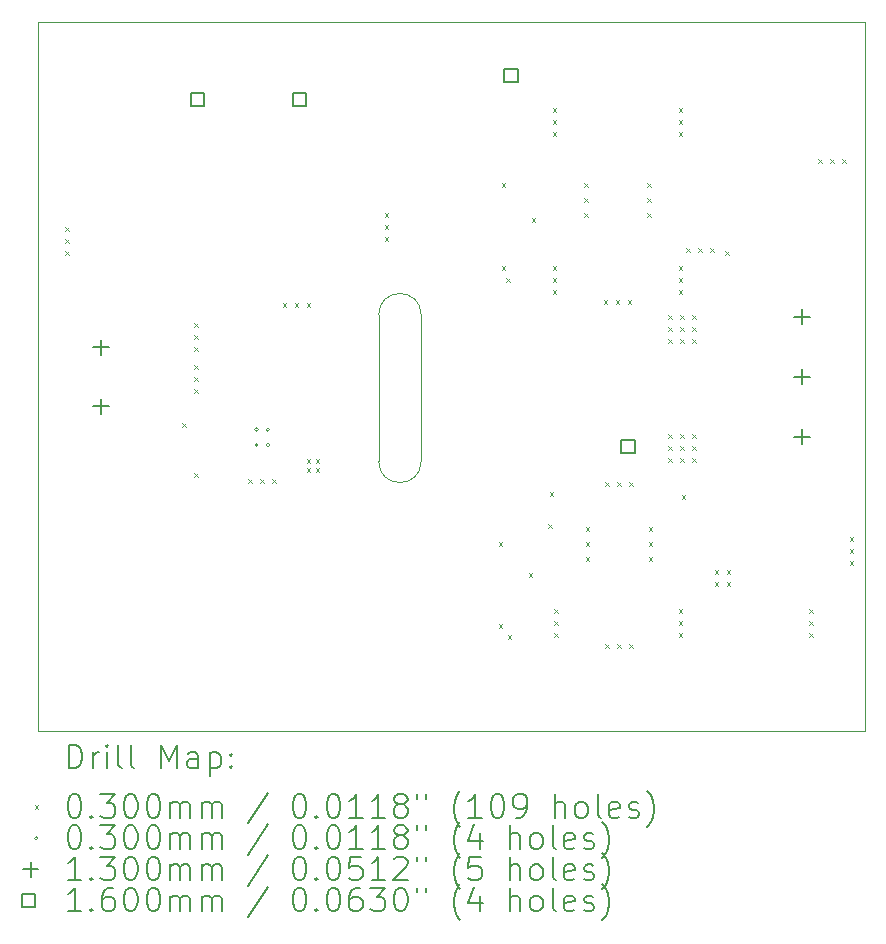
<source format=gbr>
%TF.GenerationSoftware,KiCad,Pcbnew,8.0.6*%
%TF.CreationDate,2024-12-01T22:01:03+01:00*%
%TF.ProjectId,UCC25800,55434332-3538-4303-902e-6b696361645f,rev?*%
%TF.SameCoordinates,Original*%
%TF.FileFunction,Drillmap*%
%TF.FilePolarity,Positive*%
%FSLAX45Y45*%
G04 Gerber Fmt 4.5, Leading zero omitted, Abs format (unit mm)*
G04 Created by KiCad (PCBNEW 8.0.6) date 2024-12-01 22:01:03*
%MOMM*%
%LPD*%
G01*
G04 APERTURE LIST*
%ADD10C,0.050000*%
%ADD11C,0.200000*%
%ADD12C,0.100000*%
%ADD13C,0.130000*%
%ADD14C,0.160000*%
G04 APERTURE END LIST*
D10*
X14880000Y-8475500D02*
X14880000Y-9715500D01*
X15240000Y-9715500D02*
G75*
G02*
X14880000Y-9715500I-180000J0D01*
G01*
X15240000Y-8475500D02*
X15240000Y-9715500D01*
X12000000Y-6000000D02*
X19000000Y-6000000D01*
X19000000Y-12000000D01*
X12000000Y-12000000D01*
X12000000Y-6000000D01*
X14880000Y-8475500D02*
G75*
G02*
X15240000Y-8475500I180000J0D01*
G01*
D11*
D12*
X12227800Y-7732000D02*
X12257800Y-7762000D01*
X12257800Y-7732000D02*
X12227800Y-7762000D01*
X12227800Y-7833600D02*
X12257800Y-7863600D01*
X12257800Y-7833600D02*
X12227800Y-7863600D01*
X12227800Y-7935200D02*
X12257800Y-7965200D01*
X12257800Y-7935200D02*
X12227800Y-7965200D01*
X13218400Y-9395700D02*
X13248400Y-9425700D01*
X13248400Y-9395700D02*
X13218400Y-9425700D01*
X13320000Y-8544800D02*
X13350000Y-8574800D01*
X13350000Y-8544800D02*
X13320000Y-8574800D01*
X13320000Y-8646400D02*
X13350000Y-8676400D01*
X13350000Y-8646400D02*
X13320000Y-8676400D01*
X13320000Y-8748000D02*
X13350000Y-8778000D01*
X13350000Y-8748000D02*
X13320000Y-8778000D01*
X13320000Y-8900400D02*
X13350000Y-8930400D01*
X13350000Y-8900400D02*
X13320000Y-8930400D01*
X13320000Y-9002000D02*
X13350000Y-9032000D01*
X13350000Y-9002000D02*
X13320000Y-9032000D01*
X13320000Y-9103600D02*
X13350000Y-9133600D01*
X13350000Y-9103600D02*
X13320000Y-9133600D01*
X13320000Y-9814800D02*
X13350000Y-9844800D01*
X13350000Y-9814800D02*
X13320000Y-9844800D01*
X13777200Y-9865600D02*
X13807200Y-9895600D01*
X13807200Y-9865600D02*
X13777200Y-9895600D01*
X13878800Y-9865600D02*
X13908800Y-9895600D01*
X13908800Y-9865600D02*
X13878800Y-9895600D01*
X13980400Y-9865600D02*
X14010400Y-9895600D01*
X14010400Y-9865600D02*
X13980400Y-9895600D01*
X14069300Y-8379700D02*
X14099300Y-8409700D01*
X14099300Y-8379700D02*
X14069300Y-8409700D01*
X14170900Y-8379700D02*
X14200900Y-8409700D01*
X14200900Y-8379700D02*
X14170900Y-8409700D01*
X14272500Y-8379700D02*
X14302500Y-8409700D01*
X14302500Y-8379700D02*
X14272500Y-8409700D01*
X14272500Y-9700500D02*
X14302500Y-9730500D01*
X14302500Y-9700500D02*
X14272500Y-9730500D01*
X14272500Y-9776700D02*
X14302500Y-9806700D01*
X14302500Y-9776700D02*
X14272500Y-9806700D01*
X14348700Y-9700500D02*
X14378700Y-9730500D01*
X14378700Y-9700500D02*
X14348700Y-9730500D01*
X14348700Y-9776700D02*
X14378700Y-9806700D01*
X14378700Y-9776700D02*
X14348700Y-9806700D01*
X14932900Y-7617700D02*
X14962900Y-7647700D01*
X14962900Y-7617700D02*
X14932900Y-7647700D01*
X14932900Y-7719300D02*
X14962900Y-7749300D01*
X14962900Y-7719300D02*
X14932900Y-7749300D01*
X14932900Y-7820900D02*
X14962900Y-7850900D01*
X14962900Y-7820900D02*
X14932900Y-7850900D01*
X15898100Y-10399000D02*
X15928100Y-10429000D01*
X15928100Y-10399000D02*
X15898100Y-10429000D01*
X15898100Y-11097500D02*
X15928100Y-11127500D01*
X15928100Y-11097500D02*
X15898100Y-11127500D01*
X15923500Y-7363700D02*
X15953500Y-7393700D01*
X15953500Y-7363700D02*
X15923500Y-7393700D01*
X15923500Y-8062200D02*
X15953500Y-8092200D01*
X15953500Y-8062200D02*
X15923500Y-8092200D01*
X15961600Y-8163800D02*
X15991600Y-8193800D01*
X15991600Y-8163800D02*
X15961600Y-8193800D01*
X15974300Y-11186400D02*
X16004300Y-11216400D01*
X16004300Y-11186400D02*
X15974300Y-11216400D01*
X16152100Y-10665700D02*
X16182100Y-10695700D01*
X16182100Y-10665700D02*
X16152100Y-10695700D01*
X16177500Y-7655800D02*
X16207500Y-7685800D01*
X16207500Y-7655800D02*
X16177500Y-7685800D01*
X16317200Y-10246600D02*
X16347200Y-10276600D01*
X16347200Y-10246600D02*
X16317200Y-10276600D01*
X16329900Y-9979900D02*
X16359900Y-10009900D01*
X16359900Y-9979900D02*
X16329900Y-10009900D01*
X16355300Y-6728700D02*
X16385300Y-6758700D01*
X16385300Y-6728700D02*
X16355300Y-6758700D01*
X16355300Y-6830300D02*
X16385300Y-6860300D01*
X16385300Y-6830300D02*
X16355300Y-6860300D01*
X16355300Y-6931900D02*
X16385300Y-6961900D01*
X16385300Y-6931900D02*
X16355300Y-6961900D01*
X16355300Y-8062200D02*
X16385300Y-8092200D01*
X16385300Y-8062200D02*
X16355300Y-8092200D01*
X16355300Y-8163800D02*
X16385300Y-8193800D01*
X16385300Y-8163800D02*
X16355300Y-8193800D01*
X16355300Y-8265400D02*
X16385300Y-8295400D01*
X16385300Y-8265400D02*
X16355300Y-8295400D01*
X16368000Y-10970500D02*
X16398000Y-11000500D01*
X16398000Y-10970500D02*
X16368000Y-11000500D01*
X16368000Y-11072100D02*
X16398000Y-11102100D01*
X16398000Y-11072100D02*
X16368000Y-11102100D01*
X16368000Y-11173700D02*
X16398000Y-11203700D01*
X16398000Y-11173700D02*
X16368000Y-11203700D01*
X16622000Y-7363700D02*
X16652000Y-7393700D01*
X16652000Y-7363700D02*
X16622000Y-7393700D01*
X16622000Y-7490700D02*
X16652000Y-7520700D01*
X16652000Y-7490700D02*
X16622000Y-7520700D01*
X16622000Y-7617700D02*
X16652000Y-7647700D01*
X16652000Y-7617700D02*
X16622000Y-7647700D01*
X16634700Y-10272000D02*
X16664700Y-10302000D01*
X16664700Y-10272000D02*
X16634700Y-10302000D01*
X16634700Y-10399000D02*
X16664700Y-10429000D01*
X16664700Y-10399000D02*
X16634700Y-10429000D01*
X16634700Y-10526000D02*
X16664700Y-10556000D01*
X16664700Y-10526000D02*
X16634700Y-10556000D01*
X16787100Y-8354300D02*
X16817100Y-8384300D01*
X16817100Y-8354300D02*
X16787100Y-8384300D01*
X16799800Y-9891000D02*
X16829800Y-9921000D01*
X16829800Y-9891000D02*
X16799800Y-9921000D01*
X16799800Y-11262600D02*
X16829800Y-11292600D01*
X16829800Y-11262600D02*
X16799800Y-11292600D01*
X16888700Y-8354300D02*
X16918700Y-8384300D01*
X16918700Y-8354300D02*
X16888700Y-8384300D01*
X16901400Y-9891000D02*
X16931400Y-9921000D01*
X16931400Y-9891000D02*
X16901400Y-9921000D01*
X16901400Y-11262600D02*
X16931400Y-11292600D01*
X16931400Y-11262600D02*
X16901400Y-11292600D01*
X16990300Y-8354300D02*
X17020300Y-8384300D01*
X17020300Y-8354300D02*
X16990300Y-8384300D01*
X17003000Y-9891000D02*
X17033000Y-9921000D01*
X17033000Y-9891000D02*
X17003000Y-9921000D01*
X17003000Y-11262600D02*
X17033000Y-11292600D01*
X17033000Y-11262600D02*
X17003000Y-11292600D01*
X17155400Y-7363700D02*
X17185400Y-7393700D01*
X17185400Y-7363700D02*
X17155400Y-7393700D01*
X17155400Y-7490700D02*
X17185400Y-7520700D01*
X17185400Y-7490700D02*
X17155400Y-7520700D01*
X17155400Y-7617700D02*
X17185400Y-7647700D01*
X17185400Y-7617700D02*
X17155400Y-7647700D01*
X17168100Y-10272000D02*
X17198100Y-10302000D01*
X17198100Y-10272000D02*
X17168100Y-10302000D01*
X17168100Y-10399000D02*
X17198100Y-10429000D01*
X17198100Y-10399000D02*
X17168100Y-10429000D01*
X17168100Y-10526000D02*
X17198100Y-10556000D01*
X17198100Y-10526000D02*
X17168100Y-10556000D01*
X17333200Y-8481300D02*
X17363200Y-8511300D01*
X17363200Y-8481300D02*
X17333200Y-8511300D01*
X17333200Y-8582900D02*
X17363200Y-8612900D01*
X17363200Y-8582900D02*
X17333200Y-8612900D01*
X17333200Y-8684500D02*
X17363200Y-8714500D01*
X17363200Y-8684500D02*
X17333200Y-8714500D01*
X17333200Y-9484600D02*
X17363200Y-9514600D01*
X17363200Y-9484600D02*
X17333200Y-9514600D01*
X17333200Y-9586200D02*
X17363200Y-9616200D01*
X17363200Y-9586200D02*
X17333200Y-9616200D01*
X17333200Y-9687800D02*
X17363200Y-9717800D01*
X17363200Y-9687800D02*
X17333200Y-9717800D01*
X17422100Y-6728700D02*
X17452100Y-6758700D01*
X17452100Y-6728700D02*
X17422100Y-6758700D01*
X17422100Y-6830300D02*
X17452100Y-6860300D01*
X17452100Y-6830300D02*
X17422100Y-6860300D01*
X17422100Y-6931900D02*
X17452100Y-6961900D01*
X17452100Y-6931900D02*
X17422100Y-6961900D01*
X17422100Y-8062200D02*
X17452100Y-8092200D01*
X17452100Y-8062200D02*
X17422100Y-8092200D01*
X17422100Y-8163800D02*
X17452100Y-8193800D01*
X17452100Y-8163800D02*
X17422100Y-8193800D01*
X17422100Y-8265400D02*
X17452100Y-8295400D01*
X17452100Y-8265400D02*
X17422100Y-8295400D01*
X17422100Y-10970500D02*
X17452100Y-11000500D01*
X17452100Y-10970500D02*
X17422100Y-11000500D01*
X17422100Y-11072100D02*
X17452100Y-11102100D01*
X17452100Y-11072100D02*
X17422100Y-11102100D01*
X17422100Y-11173700D02*
X17452100Y-11203700D01*
X17452100Y-11173700D02*
X17422100Y-11203700D01*
X17434800Y-8481300D02*
X17464800Y-8511300D01*
X17464800Y-8481300D02*
X17434800Y-8511300D01*
X17434800Y-8582900D02*
X17464800Y-8612900D01*
X17464800Y-8582900D02*
X17434800Y-8612900D01*
X17434800Y-8684500D02*
X17464800Y-8714500D01*
X17464800Y-8684500D02*
X17434800Y-8714500D01*
X17434800Y-9484600D02*
X17464800Y-9514600D01*
X17464800Y-9484600D02*
X17434800Y-9514600D01*
X17434800Y-9586200D02*
X17464800Y-9616200D01*
X17464800Y-9586200D02*
X17434800Y-9616200D01*
X17434800Y-9687800D02*
X17464800Y-9717800D01*
X17464800Y-9687800D02*
X17434800Y-9717800D01*
X17447500Y-10005300D02*
X17477500Y-10035300D01*
X17477500Y-10005300D02*
X17447500Y-10035300D01*
X17485600Y-7909800D02*
X17515600Y-7939800D01*
X17515600Y-7909800D02*
X17485600Y-7939800D01*
X17536400Y-8481300D02*
X17566400Y-8511300D01*
X17566400Y-8481300D02*
X17536400Y-8511300D01*
X17536400Y-8582900D02*
X17566400Y-8612900D01*
X17566400Y-8582900D02*
X17536400Y-8612900D01*
X17536400Y-8684500D02*
X17566400Y-8714500D01*
X17566400Y-8684500D02*
X17536400Y-8714500D01*
X17536400Y-9484600D02*
X17566400Y-9514600D01*
X17566400Y-9484600D02*
X17536400Y-9514600D01*
X17536400Y-9586200D02*
X17566400Y-9616200D01*
X17566400Y-9586200D02*
X17536400Y-9616200D01*
X17536400Y-9687800D02*
X17566400Y-9717800D01*
X17566400Y-9687800D02*
X17536400Y-9717800D01*
X17587200Y-7909800D02*
X17617200Y-7939800D01*
X17617200Y-7909800D02*
X17587200Y-7939800D01*
X17688800Y-7909800D02*
X17718800Y-7939800D01*
X17718800Y-7909800D02*
X17688800Y-7939800D01*
X17726900Y-10640300D02*
X17756900Y-10670300D01*
X17756900Y-10640300D02*
X17726900Y-10670300D01*
X17726900Y-10741900D02*
X17756900Y-10771900D01*
X17756900Y-10741900D02*
X17726900Y-10771900D01*
X17815800Y-7935200D02*
X17845800Y-7965200D01*
X17845800Y-7935200D02*
X17815800Y-7965200D01*
X17828500Y-10640300D02*
X17858500Y-10670300D01*
X17858500Y-10640300D02*
X17828500Y-10670300D01*
X17828500Y-10741900D02*
X17858500Y-10771900D01*
X17858500Y-10741900D02*
X17828500Y-10771900D01*
X18527000Y-10970500D02*
X18557000Y-11000500D01*
X18557000Y-10970500D02*
X18527000Y-11000500D01*
X18527000Y-11072100D02*
X18557000Y-11102100D01*
X18557000Y-11072100D02*
X18527000Y-11102100D01*
X18527000Y-11173700D02*
X18557000Y-11203700D01*
X18557000Y-11173700D02*
X18527000Y-11203700D01*
X18603200Y-7160500D02*
X18633200Y-7190500D01*
X18633200Y-7160500D02*
X18603200Y-7190500D01*
X18704800Y-7160500D02*
X18734800Y-7190500D01*
X18734800Y-7160500D02*
X18704800Y-7190500D01*
X18806400Y-7160500D02*
X18836400Y-7190500D01*
X18836400Y-7160500D02*
X18806400Y-7190500D01*
X18869900Y-10360900D02*
X18899900Y-10390900D01*
X18899900Y-10360900D02*
X18869900Y-10390900D01*
X18869900Y-10462500D02*
X18899900Y-10492500D01*
X18899900Y-10462500D02*
X18869900Y-10492500D01*
X18869900Y-10564100D02*
X18899900Y-10594100D01*
X18899900Y-10564100D02*
X18869900Y-10594100D01*
X13860300Y-9447800D02*
G75*
G02*
X13830300Y-9447800I-15000J0D01*
G01*
X13830300Y-9447800D02*
G75*
G02*
X13860300Y-9447800I15000J0D01*
G01*
X13860300Y-9576800D02*
G75*
G02*
X13830300Y-9576800I-15000J0D01*
G01*
X13830300Y-9576800D02*
G75*
G02*
X13860300Y-9576800I15000J0D01*
G01*
X13957300Y-9447800D02*
G75*
G02*
X13927300Y-9447800I-15000J0D01*
G01*
X13927300Y-9447800D02*
G75*
G02*
X13957300Y-9447800I15000J0D01*
G01*
X13957300Y-9576800D02*
G75*
G02*
X13927300Y-9576800I-15000J0D01*
G01*
X13927300Y-9576800D02*
G75*
G02*
X13957300Y-9576800I15000J0D01*
G01*
D13*
X12529800Y-8685000D02*
X12529800Y-8815000D01*
X12464800Y-8750000D02*
X12594800Y-8750000D01*
X12529800Y-9185000D02*
X12529800Y-9315000D01*
X12464800Y-9250000D02*
X12594800Y-9250000D01*
X18465800Y-8427000D02*
X18465800Y-8557000D01*
X18400800Y-8492000D02*
X18530800Y-8492000D01*
X18465800Y-8935000D02*
X18465800Y-9065000D01*
X18400800Y-9000000D02*
X18530800Y-9000000D01*
X18465800Y-9443000D02*
X18465800Y-9573000D01*
X18400800Y-9508000D02*
X18530800Y-9508000D01*
D14*
X13404269Y-6711369D02*
X13404269Y-6598231D01*
X13291131Y-6598231D01*
X13291131Y-6711369D01*
X13404269Y-6711369D01*
X14267869Y-6711369D02*
X14267869Y-6598231D01*
X14154731Y-6598231D01*
X14154731Y-6711369D01*
X14267869Y-6711369D01*
X16058569Y-6508169D02*
X16058569Y-6395031D01*
X15945431Y-6395031D01*
X15945431Y-6508169D01*
X16058569Y-6508169D01*
X17049169Y-9645069D02*
X17049169Y-9531931D01*
X16936031Y-9531931D01*
X16936031Y-9645069D01*
X17049169Y-9645069D01*
D11*
X12258277Y-12313984D02*
X12258277Y-12113984D01*
X12258277Y-12113984D02*
X12305896Y-12113984D01*
X12305896Y-12113984D02*
X12334467Y-12123508D01*
X12334467Y-12123508D02*
X12353515Y-12142555D01*
X12353515Y-12142555D02*
X12363039Y-12161603D01*
X12363039Y-12161603D02*
X12372562Y-12199698D01*
X12372562Y-12199698D02*
X12372562Y-12228269D01*
X12372562Y-12228269D02*
X12363039Y-12266365D01*
X12363039Y-12266365D02*
X12353515Y-12285412D01*
X12353515Y-12285412D02*
X12334467Y-12304460D01*
X12334467Y-12304460D02*
X12305896Y-12313984D01*
X12305896Y-12313984D02*
X12258277Y-12313984D01*
X12458277Y-12313984D02*
X12458277Y-12180650D01*
X12458277Y-12218746D02*
X12467801Y-12199698D01*
X12467801Y-12199698D02*
X12477324Y-12190174D01*
X12477324Y-12190174D02*
X12496372Y-12180650D01*
X12496372Y-12180650D02*
X12515420Y-12180650D01*
X12582086Y-12313984D02*
X12582086Y-12180650D01*
X12582086Y-12113984D02*
X12572562Y-12123508D01*
X12572562Y-12123508D02*
X12582086Y-12133031D01*
X12582086Y-12133031D02*
X12591610Y-12123508D01*
X12591610Y-12123508D02*
X12582086Y-12113984D01*
X12582086Y-12113984D02*
X12582086Y-12133031D01*
X12705896Y-12313984D02*
X12686848Y-12304460D01*
X12686848Y-12304460D02*
X12677324Y-12285412D01*
X12677324Y-12285412D02*
X12677324Y-12113984D01*
X12810658Y-12313984D02*
X12791610Y-12304460D01*
X12791610Y-12304460D02*
X12782086Y-12285412D01*
X12782086Y-12285412D02*
X12782086Y-12113984D01*
X13039229Y-12313984D02*
X13039229Y-12113984D01*
X13039229Y-12113984D02*
X13105896Y-12256841D01*
X13105896Y-12256841D02*
X13172562Y-12113984D01*
X13172562Y-12113984D02*
X13172562Y-12313984D01*
X13353515Y-12313984D02*
X13353515Y-12209222D01*
X13353515Y-12209222D02*
X13343991Y-12190174D01*
X13343991Y-12190174D02*
X13324943Y-12180650D01*
X13324943Y-12180650D02*
X13286848Y-12180650D01*
X13286848Y-12180650D02*
X13267801Y-12190174D01*
X13353515Y-12304460D02*
X13334467Y-12313984D01*
X13334467Y-12313984D02*
X13286848Y-12313984D01*
X13286848Y-12313984D02*
X13267801Y-12304460D01*
X13267801Y-12304460D02*
X13258277Y-12285412D01*
X13258277Y-12285412D02*
X13258277Y-12266365D01*
X13258277Y-12266365D02*
X13267801Y-12247317D01*
X13267801Y-12247317D02*
X13286848Y-12237793D01*
X13286848Y-12237793D02*
X13334467Y-12237793D01*
X13334467Y-12237793D02*
X13353515Y-12228269D01*
X13448753Y-12180650D02*
X13448753Y-12380650D01*
X13448753Y-12190174D02*
X13467801Y-12180650D01*
X13467801Y-12180650D02*
X13505896Y-12180650D01*
X13505896Y-12180650D02*
X13524943Y-12190174D01*
X13524943Y-12190174D02*
X13534467Y-12199698D01*
X13534467Y-12199698D02*
X13543991Y-12218746D01*
X13543991Y-12218746D02*
X13543991Y-12275888D01*
X13543991Y-12275888D02*
X13534467Y-12294936D01*
X13534467Y-12294936D02*
X13524943Y-12304460D01*
X13524943Y-12304460D02*
X13505896Y-12313984D01*
X13505896Y-12313984D02*
X13467801Y-12313984D01*
X13467801Y-12313984D02*
X13448753Y-12304460D01*
X13629705Y-12294936D02*
X13639229Y-12304460D01*
X13639229Y-12304460D02*
X13629705Y-12313984D01*
X13629705Y-12313984D02*
X13620182Y-12304460D01*
X13620182Y-12304460D02*
X13629705Y-12294936D01*
X13629705Y-12294936D02*
X13629705Y-12313984D01*
X13629705Y-12190174D02*
X13639229Y-12199698D01*
X13639229Y-12199698D02*
X13629705Y-12209222D01*
X13629705Y-12209222D02*
X13620182Y-12199698D01*
X13620182Y-12199698D02*
X13629705Y-12190174D01*
X13629705Y-12190174D02*
X13629705Y-12209222D01*
D12*
X11967500Y-12627500D02*
X11997500Y-12657500D01*
X11997500Y-12627500D02*
X11967500Y-12657500D01*
D11*
X12296372Y-12533984D02*
X12315420Y-12533984D01*
X12315420Y-12533984D02*
X12334467Y-12543508D01*
X12334467Y-12543508D02*
X12343991Y-12553031D01*
X12343991Y-12553031D02*
X12353515Y-12572079D01*
X12353515Y-12572079D02*
X12363039Y-12610174D01*
X12363039Y-12610174D02*
X12363039Y-12657793D01*
X12363039Y-12657793D02*
X12353515Y-12695888D01*
X12353515Y-12695888D02*
X12343991Y-12714936D01*
X12343991Y-12714936D02*
X12334467Y-12724460D01*
X12334467Y-12724460D02*
X12315420Y-12733984D01*
X12315420Y-12733984D02*
X12296372Y-12733984D01*
X12296372Y-12733984D02*
X12277324Y-12724460D01*
X12277324Y-12724460D02*
X12267801Y-12714936D01*
X12267801Y-12714936D02*
X12258277Y-12695888D01*
X12258277Y-12695888D02*
X12248753Y-12657793D01*
X12248753Y-12657793D02*
X12248753Y-12610174D01*
X12248753Y-12610174D02*
X12258277Y-12572079D01*
X12258277Y-12572079D02*
X12267801Y-12553031D01*
X12267801Y-12553031D02*
X12277324Y-12543508D01*
X12277324Y-12543508D02*
X12296372Y-12533984D01*
X12448753Y-12714936D02*
X12458277Y-12724460D01*
X12458277Y-12724460D02*
X12448753Y-12733984D01*
X12448753Y-12733984D02*
X12439229Y-12724460D01*
X12439229Y-12724460D02*
X12448753Y-12714936D01*
X12448753Y-12714936D02*
X12448753Y-12733984D01*
X12524943Y-12533984D02*
X12648753Y-12533984D01*
X12648753Y-12533984D02*
X12582086Y-12610174D01*
X12582086Y-12610174D02*
X12610658Y-12610174D01*
X12610658Y-12610174D02*
X12629705Y-12619698D01*
X12629705Y-12619698D02*
X12639229Y-12629222D01*
X12639229Y-12629222D02*
X12648753Y-12648269D01*
X12648753Y-12648269D02*
X12648753Y-12695888D01*
X12648753Y-12695888D02*
X12639229Y-12714936D01*
X12639229Y-12714936D02*
X12629705Y-12724460D01*
X12629705Y-12724460D02*
X12610658Y-12733984D01*
X12610658Y-12733984D02*
X12553515Y-12733984D01*
X12553515Y-12733984D02*
X12534467Y-12724460D01*
X12534467Y-12724460D02*
X12524943Y-12714936D01*
X12772562Y-12533984D02*
X12791610Y-12533984D01*
X12791610Y-12533984D02*
X12810658Y-12543508D01*
X12810658Y-12543508D02*
X12820182Y-12553031D01*
X12820182Y-12553031D02*
X12829705Y-12572079D01*
X12829705Y-12572079D02*
X12839229Y-12610174D01*
X12839229Y-12610174D02*
X12839229Y-12657793D01*
X12839229Y-12657793D02*
X12829705Y-12695888D01*
X12829705Y-12695888D02*
X12820182Y-12714936D01*
X12820182Y-12714936D02*
X12810658Y-12724460D01*
X12810658Y-12724460D02*
X12791610Y-12733984D01*
X12791610Y-12733984D02*
X12772562Y-12733984D01*
X12772562Y-12733984D02*
X12753515Y-12724460D01*
X12753515Y-12724460D02*
X12743991Y-12714936D01*
X12743991Y-12714936D02*
X12734467Y-12695888D01*
X12734467Y-12695888D02*
X12724943Y-12657793D01*
X12724943Y-12657793D02*
X12724943Y-12610174D01*
X12724943Y-12610174D02*
X12734467Y-12572079D01*
X12734467Y-12572079D02*
X12743991Y-12553031D01*
X12743991Y-12553031D02*
X12753515Y-12543508D01*
X12753515Y-12543508D02*
X12772562Y-12533984D01*
X12963039Y-12533984D02*
X12982086Y-12533984D01*
X12982086Y-12533984D02*
X13001134Y-12543508D01*
X13001134Y-12543508D02*
X13010658Y-12553031D01*
X13010658Y-12553031D02*
X13020182Y-12572079D01*
X13020182Y-12572079D02*
X13029705Y-12610174D01*
X13029705Y-12610174D02*
X13029705Y-12657793D01*
X13029705Y-12657793D02*
X13020182Y-12695888D01*
X13020182Y-12695888D02*
X13010658Y-12714936D01*
X13010658Y-12714936D02*
X13001134Y-12724460D01*
X13001134Y-12724460D02*
X12982086Y-12733984D01*
X12982086Y-12733984D02*
X12963039Y-12733984D01*
X12963039Y-12733984D02*
X12943991Y-12724460D01*
X12943991Y-12724460D02*
X12934467Y-12714936D01*
X12934467Y-12714936D02*
X12924943Y-12695888D01*
X12924943Y-12695888D02*
X12915420Y-12657793D01*
X12915420Y-12657793D02*
X12915420Y-12610174D01*
X12915420Y-12610174D02*
X12924943Y-12572079D01*
X12924943Y-12572079D02*
X12934467Y-12553031D01*
X12934467Y-12553031D02*
X12943991Y-12543508D01*
X12943991Y-12543508D02*
X12963039Y-12533984D01*
X13115420Y-12733984D02*
X13115420Y-12600650D01*
X13115420Y-12619698D02*
X13124943Y-12610174D01*
X13124943Y-12610174D02*
X13143991Y-12600650D01*
X13143991Y-12600650D02*
X13172563Y-12600650D01*
X13172563Y-12600650D02*
X13191610Y-12610174D01*
X13191610Y-12610174D02*
X13201134Y-12629222D01*
X13201134Y-12629222D02*
X13201134Y-12733984D01*
X13201134Y-12629222D02*
X13210658Y-12610174D01*
X13210658Y-12610174D02*
X13229705Y-12600650D01*
X13229705Y-12600650D02*
X13258277Y-12600650D01*
X13258277Y-12600650D02*
X13277324Y-12610174D01*
X13277324Y-12610174D02*
X13286848Y-12629222D01*
X13286848Y-12629222D02*
X13286848Y-12733984D01*
X13382086Y-12733984D02*
X13382086Y-12600650D01*
X13382086Y-12619698D02*
X13391610Y-12610174D01*
X13391610Y-12610174D02*
X13410658Y-12600650D01*
X13410658Y-12600650D02*
X13439229Y-12600650D01*
X13439229Y-12600650D02*
X13458277Y-12610174D01*
X13458277Y-12610174D02*
X13467801Y-12629222D01*
X13467801Y-12629222D02*
X13467801Y-12733984D01*
X13467801Y-12629222D02*
X13477324Y-12610174D01*
X13477324Y-12610174D02*
X13496372Y-12600650D01*
X13496372Y-12600650D02*
X13524943Y-12600650D01*
X13524943Y-12600650D02*
X13543991Y-12610174D01*
X13543991Y-12610174D02*
X13553515Y-12629222D01*
X13553515Y-12629222D02*
X13553515Y-12733984D01*
X13943991Y-12524460D02*
X13772563Y-12781603D01*
X14201134Y-12533984D02*
X14220182Y-12533984D01*
X14220182Y-12533984D02*
X14239229Y-12543508D01*
X14239229Y-12543508D02*
X14248753Y-12553031D01*
X14248753Y-12553031D02*
X14258277Y-12572079D01*
X14258277Y-12572079D02*
X14267801Y-12610174D01*
X14267801Y-12610174D02*
X14267801Y-12657793D01*
X14267801Y-12657793D02*
X14258277Y-12695888D01*
X14258277Y-12695888D02*
X14248753Y-12714936D01*
X14248753Y-12714936D02*
X14239229Y-12724460D01*
X14239229Y-12724460D02*
X14220182Y-12733984D01*
X14220182Y-12733984D02*
X14201134Y-12733984D01*
X14201134Y-12733984D02*
X14182086Y-12724460D01*
X14182086Y-12724460D02*
X14172563Y-12714936D01*
X14172563Y-12714936D02*
X14163039Y-12695888D01*
X14163039Y-12695888D02*
X14153515Y-12657793D01*
X14153515Y-12657793D02*
X14153515Y-12610174D01*
X14153515Y-12610174D02*
X14163039Y-12572079D01*
X14163039Y-12572079D02*
X14172563Y-12553031D01*
X14172563Y-12553031D02*
X14182086Y-12543508D01*
X14182086Y-12543508D02*
X14201134Y-12533984D01*
X14353515Y-12714936D02*
X14363039Y-12724460D01*
X14363039Y-12724460D02*
X14353515Y-12733984D01*
X14353515Y-12733984D02*
X14343991Y-12724460D01*
X14343991Y-12724460D02*
X14353515Y-12714936D01*
X14353515Y-12714936D02*
X14353515Y-12733984D01*
X14486848Y-12533984D02*
X14505896Y-12533984D01*
X14505896Y-12533984D02*
X14524944Y-12543508D01*
X14524944Y-12543508D02*
X14534467Y-12553031D01*
X14534467Y-12553031D02*
X14543991Y-12572079D01*
X14543991Y-12572079D02*
X14553515Y-12610174D01*
X14553515Y-12610174D02*
X14553515Y-12657793D01*
X14553515Y-12657793D02*
X14543991Y-12695888D01*
X14543991Y-12695888D02*
X14534467Y-12714936D01*
X14534467Y-12714936D02*
X14524944Y-12724460D01*
X14524944Y-12724460D02*
X14505896Y-12733984D01*
X14505896Y-12733984D02*
X14486848Y-12733984D01*
X14486848Y-12733984D02*
X14467801Y-12724460D01*
X14467801Y-12724460D02*
X14458277Y-12714936D01*
X14458277Y-12714936D02*
X14448753Y-12695888D01*
X14448753Y-12695888D02*
X14439229Y-12657793D01*
X14439229Y-12657793D02*
X14439229Y-12610174D01*
X14439229Y-12610174D02*
X14448753Y-12572079D01*
X14448753Y-12572079D02*
X14458277Y-12553031D01*
X14458277Y-12553031D02*
X14467801Y-12543508D01*
X14467801Y-12543508D02*
X14486848Y-12533984D01*
X14743991Y-12733984D02*
X14629706Y-12733984D01*
X14686848Y-12733984D02*
X14686848Y-12533984D01*
X14686848Y-12533984D02*
X14667801Y-12562555D01*
X14667801Y-12562555D02*
X14648753Y-12581603D01*
X14648753Y-12581603D02*
X14629706Y-12591127D01*
X14934467Y-12733984D02*
X14820182Y-12733984D01*
X14877325Y-12733984D02*
X14877325Y-12533984D01*
X14877325Y-12533984D02*
X14858277Y-12562555D01*
X14858277Y-12562555D02*
X14839229Y-12581603D01*
X14839229Y-12581603D02*
X14820182Y-12591127D01*
X15048753Y-12619698D02*
X15029706Y-12610174D01*
X15029706Y-12610174D02*
X15020182Y-12600650D01*
X15020182Y-12600650D02*
X15010658Y-12581603D01*
X15010658Y-12581603D02*
X15010658Y-12572079D01*
X15010658Y-12572079D02*
X15020182Y-12553031D01*
X15020182Y-12553031D02*
X15029706Y-12543508D01*
X15029706Y-12543508D02*
X15048753Y-12533984D01*
X15048753Y-12533984D02*
X15086848Y-12533984D01*
X15086848Y-12533984D02*
X15105896Y-12543508D01*
X15105896Y-12543508D02*
X15115420Y-12553031D01*
X15115420Y-12553031D02*
X15124944Y-12572079D01*
X15124944Y-12572079D02*
X15124944Y-12581603D01*
X15124944Y-12581603D02*
X15115420Y-12600650D01*
X15115420Y-12600650D02*
X15105896Y-12610174D01*
X15105896Y-12610174D02*
X15086848Y-12619698D01*
X15086848Y-12619698D02*
X15048753Y-12619698D01*
X15048753Y-12619698D02*
X15029706Y-12629222D01*
X15029706Y-12629222D02*
X15020182Y-12638746D01*
X15020182Y-12638746D02*
X15010658Y-12657793D01*
X15010658Y-12657793D02*
X15010658Y-12695888D01*
X15010658Y-12695888D02*
X15020182Y-12714936D01*
X15020182Y-12714936D02*
X15029706Y-12724460D01*
X15029706Y-12724460D02*
X15048753Y-12733984D01*
X15048753Y-12733984D02*
X15086848Y-12733984D01*
X15086848Y-12733984D02*
X15105896Y-12724460D01*
X15105896Y-12724460D02*
X15115420Y-12714936D01*
X15115420Y-12714936D02*
X15124944Y-12695888D01*
X15124944Y-12695888D02*
X15124944Y-12657793D01*
X15124944Y-12657793D02*
X15115420Y-12638746D01*
X15115420Y-12638746D02*
X15105896Y-12629222D01*
X15105896Y-12629222D02*
X15086848Y-12619698D01*
X15201134Y-12533984D02*
X15201134Y-12572079D01*
X15277325Y-12533984D02*
X15277325Y-12572079D01*
X15572563Y-12810174D02*
X15563039Y-12800650D01*
X15563039Y-12800650D02*
X15543991Y-12772079D01*
X15543991Y-12772079D02*
X15534468Y-12753031D01*
X15534468Y-12753031D02*
X15524944Y-12724460D01*
X15524944Y-12724460D02*
X15515420Y-12676841D01*
X15515420Y-12676841D02*
X15515420Y-12638746D01*
X15515420Y-12638746D02*
X15524944Y-12591127D01*
X15524944Y-12591127D02*
X15534468Y-12562555D01*
X15534468Y-12562555D02*
X15543991Y-12543508D01*
X15543991Y-12543508D02*
X15563039Y-12514936D01*
X15563039Y-12514936D02*
X15572563Y-12505412D01*
X15753515Y-12733984D02*
X15639229Y-12733984D01*
X15696372Y-12733984D02*
X15696372Y-12533984D01*
X15696372Y-12533984D02*
X15677325Y-12562555D01*
X15677325Y-12562555D02*
X15658277Y-12581603D01*
X15658277Y-12581603D02*
X15639229Y-12591127D01*
X15877325Y-12533984D02*
X15896372Y-12533984D01*
X15896372Y-12533984D02*
X15915420Y-12543508D01*
X15915420Y-12543508D02*
X15924944Y-12553031D01*
X15924944Y-12553031D02*
X15934468Y-12572079D01*
X15934468Y-12572079D02*
X15943991Y-12610174D01*
X15943991Y-12610174D02*
X15943991Y-12657793D01*
X15943991Y-12657793D02*
X15934468Y-12695888D01*
X15934468Y-12695888D02*
X15924944Y-12714936D01*
X15924944Y-12714936D02*
X15915420Y-12724460D01*
X15915420Y-12724460D02*
X15896372Y-12733984D01*
X15896372Y-12733984D02*
X15877325Y-12733984D01*
X15877325Y-12733984D02*
X15858277Y-12724460D01*
X15858277Y-12724460D02*
X15848753Y-12714936D01*
X15848753Y-12714936D02*
X15839229Y-12695888D01*
X15839229Y-12695888D02*
X15829706Y-12657793D01*
X15829706Y-12657793D02*
X15829706Y-12610174D01*
X15829706Y-12610174D02*
X15839229Y-12572079D01*
X15839229Y-12572079D02*
X15848753Y-12553031D01*
X15848753Y-12553031D02*
X15858277Y-12543508D01*
X15858277Y-12543508D02*
X15877325Y-12533984D01*
X16039229Y-12733984D02*
X16077325Y-12733984D01*
X16077325Y-12733984D02*
X16096372Y-12724460D01*
X16096372Y-12724460D02*
X16105896Y-12714936D01*
X16105896Y-12714936D02*
X16124944Y-12686365D01*
X16124944Y-12686365D02*
X16134468Y-12648269D01*
X16134468Y-12648269D02*
X16134468Y-12572079D01*
X16134468Y-12572079D02*
X16124944Y-12553031D01*
X16124944Y-12553031D02*
X16115420Y-12543508D01*
X16115420Y-12543508D02*
X16096372Y-12533984D01*
X16096372Y-12533984D02*
X16058277Y-12533984D01*
X16058277Y-12533984D02*
X16039229Y-12543508D01*
X16039229Y-12543508D02*
X16029706Y-12553031D01*
X16029706Y-12553031D02*
X16020182Y-12572079D01*
X16020182Y-12572079D02*
X16020182Y-12619698D01*
X16020182Y-12619698D02*
X16029706Y-12638746D01*
X16029706Y-12638746D02*
X16039229Y-12648269D01*
X16039229Y-12648269D02*
X16058277Y-12657793D01*
X16058277Y-12657793D02*
X16096372Y-12657793D01*
X16096372Y-12657793D02*
X16115420Y-12648269D01*
X16115420Y-12648269D02*
X16124944Y-12638746D01*
X16124944Y-12638746D02*
X16134468Y-12619698D01*
X16372563Y-12733984D02*
X16372563Y-12533984D01*
X16458277Y-12733984D02*
X16458277Y-12629222D01*
X16458277Y-12629222D02*
X16448753Y-12610174D01*
X16448753Y-12610174D02*
X16429706Y-12600650D01*
X16429706Y-12600650D02*
X16401134Y-12600650D01*
X16401134Y-12600650D02*
X16382087Y-12610174D01*
X16382087Y-12610174D02*
X16372563Y-12619698D01*
X16582087Y-12733984D02*
X16563039Y-12724460D01*
X16563039Y-12724460D02*
X16553515Y-12714936D01*
X16553515Y-12714936D02*
X16543991Y-12695888D01*
X16543991Y-12695888D02*
X16543991Y-12638746D01*
X16543991Y-12638746D02*
X16553515Y-12619698D01*
X16553515Y-12619698D02*
X16563039Y-12610174D01*
X16563039Y-12610174D02*
X16582087Y-12600650D01*
X16582087Y-12600650D02*
X16610658Y-12600650D01*
X16610658Y-12600650D02*
X16629706Y-12610174D01*
X16629706Y-12610174D02*
X16639230Y-12619698D01*
X16639230Y-12619698D02*
X16648753Y-12638746D01*
X16648753Y-12638746D02*
X16648753Y-12695888D01*
X16648753Y-12695888D02*
X16639230Y-12714936D01*
X16639230Y-12714936D02*
X16629706Y-12724460D01*
X16629706Y-12724460D02*
X16610658Y-12733984D01*
X16610658Y-12733984D02*
X16582087Y-12733984D01*
X16763039Y-12733984D02*
X16743991Y-12724460D01*
X16743991Y-12724460D02*
X16734468Y-12705412D01*
X16734468Y-12705412D02*
X16734468Y-12533984D01*
X16915420Y-12724460D02*
X16896373Y-12733984D01*
X16896373Y-12733984D02*
X16858277Y-12733984D01*
X16858277Y-12733984D02*
X16839230Y-12724460D01*
X16839230Y-12724460D02*
X16829706Y-12705412D01*
X16829706Y-12705412D02*
X16829706Y-12629222D01*
X16829706Y-12629222D02*
X16839230Y-12610174D01*
X16839230Y-12610174D02*
X16858277Y-12600650D01*
X16858277Y-12600650D02*
X16896373Y-12600650D01*
X16896373Y-12600650D02*
X16915420Y-12610174D01*
X16915420Y-12610174D02*
X16924944Y-12629222D01*
X16924944Y-12629222D02*
X16924944Y-12648269D01*
X16924944Y-12648269D02*
X16829706Y-12667317D01*
X17001134Y-12724460D02*
X17020182Y-12733984D01*
X17020182Y-12733984D02*
X17058277Y-12733984D01*
X17058277Y-12733984D02*
X17077325Y-12724460D01*
X17077325Y-12724460D02*
X17086849Y-12705412D01*
X17086849Y-12705412D02*
X17086849Y-12695888D01*
X17086849Y-12695888D02*
X17077325Y-12676841D01*
X17077325Y-12676841D02*
X17058277Y-12667317D01*
X17058277Y-12667317D02*
X17029706Y-12667317D01*
X17029706Y-12667317D02*
X17010658Y-12657793D01*
X17010658Y-12657793D02*
X17001134Y-12638746D01*
X17001134Y-12638746D02*
X17001134Y-12629222D01*
X17001134Y-12629222D02*
X17010658Y-12610174D01*
X17010658Y-12610174D02*
X17029706Y-12600650D01*
X17029706Y-12600650D02*
X17058277Y-12600650D01*
X17058277Y-12600650D02*
X17077325Y-12610174D01*
X17153515Y-12810174D02*
X17163039Y-12800650D01*
X17163039Y-12800650D02*
X17182087Y-12772079D01*
X17182087Y-12772079D02*
X17191611Y-12753031D01*
X17191611Y-12753031D02*
X17201134Y-12724460D01*
X17201134Y-12724460D02*
X17210658Y-12676841D01*
X17210658Y-12676841D02*
X17210658Y-12638746D01*
X17210658Y-12638746D02*
X17201134Y-12591127D01*
X17201134Y-12591127D02*
X17191611Y-12562555D01*
X17191611Y-12562555D02*
X17182087Y-12543508D01*
X17182087Y-12543508D02*
X17163039Y-12514936D01*
X17163039Y-12514936D02*
X17153515Y-12505412D01*
D12*
X11997500Y-12906500D02*
G75*
G02*
X11967500Y-12906500I-15000J0D01*
G01*
X11967500Y-12906500D02*
G75*
G02*
X11997500Y-12906500I15000J0D01*
G01*
D11*
X12296372Y-12797984D02*
X12315420Y-12797984D01*
X12315420Y-12797984D02*
X12334467Y-12807508D01*
X12334467Y-12807508D02*
X12343991Y-12817031D01*
X12343991Y-12817031D02*
X12353515Y-12836079D01*
X12353515Y-12836079D02*
X12363039Y-12874174D01*
X12363039Y-12874174D02*
X12363039Y-12921793D01*
X12363039Y-12921793D02*
X12353515Y-12959888D01*
X12353515Y-12959888D02*
X12343991Y-12978936D01*
X12343991Y-12978936D02*
X12334467Y-12988460D01*
X12334467Y-12988460D02*
X12315420Y-12997984D01*
X12315420Y-12997984D02*
X12296372Y-12997984D01*
X12296372Y-12997984D02*
X12277324Y-12988460D01*
X12277324Y-12988460D02*
X12267801Y-12978936D01*
X12267801Y-12978936D02*
X12258277Y-12959888D01*
X12258277Y-12959888D02*
X12248753Y-12921793D01*
X12248753Y-12921793D02*
X12248753Y-12874174D01*
X12248753Y-12874174D02*
X12258277Y-12836079D01*
X12258277Y-12836079D02*
X12267801Y-12817031D01*
X12267801Y-12817031D02*
X12277324Y-12807508D01*
X12277324Y-12807508D02*
X12296372Y-12797984D01*
X12448753Y-12978936D02*
X12458277Y-12988460D01*
X12458277Y-12988460D02*
X12448753Y-12997984D01*
X12448753Y-12997984D02*
X12439229Y-12988460D01*
X12439229Y-12988460D02*
X12448753Y-12978936D01*
X12448753Y-12978936D02*
X12448753Y-12997984D01*
X12524943Y-12797984D02*
X12648753Y-12797984D01*
X12648753Y-12797984D02*
X12582086Y-12874174D01*
X12582086Y-12874174D02*
X12610658Y-12874174D01*
X12610658Y-12874174D02*
X12629705Y-12883698D01*
X12629705Y-12883698D02*
X12639229Y-12893222D01*
X12639229Y-12893222D02*
X12648753Y-12912269D01*
X12648753Y-12912269D02*
X12648753Y-12959888D01*
X12648753Y-12959888D02*
X12639229Y-12978936D01*
X12639229Y-12978936D02*
X12629705Y-12988460D01*
X12629705Y-12988460D02*
X12610658Y-12997984D01*
X12610658Y-12997984D02*
X12553515Y-12997984D01*
X12553515Y-12997984D02*
X12534467Y-12988460D01*
X12534467Y-12988460D02*
X12524943Y-12978936D01*
X12772562Y-12797984D02*
X12791610Y-12797984D01*
X12791610Y-12797984D02*
X12810658Y-12807508D01*
X12810658Y-12807508D02*
X12820182Y-12817031D01*
X12820182Y-12817031D02*
X12829705Y-12836079D01*
X12829705Y-12836079D02*
X12839229Y-12874174D01*
X12839229Y-12874174D02*
X12839229Y-12921793D01*
X12839229Y-12921793D02*
X12829705Y-12959888D01*
X12829705Y-12959888D02*
X12820182Y-12978936D01*
X12820182Y-12978936D02*
X12810658Y-12988460D01*
X12810658Y-12988460D02*
X12791610Y-12997984D01*
X12791610Y-12997984D02*
X12772562Y-12997984D01*
X12772562Y-12997984D02*
X12753515Y-12988460D01*
X12753515Y-12988460D02*
X12743991Y-12978936D01*
X12743991Y-12978936D02*
X12734467Y-12959888D01*
X12734467Y-12959888D02*
X12724943Y-12921793D01*
X12724943Y-12921793D02*
X12724943Y-12874174D01*
X12724943Y-12874174D02*
X12734467Y-12836079D01*
X12734467Y-12836079D02*
X12743991Y-12817031D01*
X12743991Y-12817031D02*
X12753515Y-12807508D01*
X12753515Y-12807508D02*
X12772562Y-12797984D01*
X12963039Y-12797984D02*
X12982086Y-12797984D01*
X12982086Y-12797984D02*
X13001134Y-12807508D01*
X13001134Y-12807508D02*
X13010658Y-12817031D01*
X13010658Y-12817031D02*
X13020182Y-12836079D01*
X13020182Y-12836079D02*
X13029705Y-12874174D01*
X13029705Y-12874174D02*
X13029705Y-12921793D01*
X13029705Y-12921793D02*
X13020182Y-12959888D01*
X13020182Y-12959888D02*
X13010658Y-12978936D01*
X13010658Y-12978936D02*
X13001134Y-12988460D01*
X13001134Y-12988460D02*
X12982086Y-12997984D01*
X12982086Y-12997984D02*
X12963039Y-12997984D01*
X12963039Y-12997984D02*
X12943991Y-12988460D01*
X12943991Y-12988460D02*
X12934467Y-12978936D01*
X12934467Y-12978936D02*
X12924943Y-12959888D01*
X12924943Y-12959888D02*
X12915420Y-12921793D01*
X12915420Y-12921793D02*
X12915420Y-12874174D01*
X12915420Y-12874174D02*
X12924943Y-12836079D01*
X12924943Y-12836079D02*
X12934467Y-12817031D01*
X12934467Y-12817031D02*
X12943991Y-12807508D01*
X12943991Y-12807508D02*
X12963039Y-12797984D01*
X13115420Y-12997984D02*
X13115420Y-12864650D01*
X13115420Y-12883698D02*
X13124943Y-12874174D01*
X13124943Y-12874174D02*
X13143991Y-12864650D01*
X13143991Y-12864650D02*
X13172563Y-12864650D01*
X13172563Y-12864650D02*
X13191610Y-12874174D01*
X13191610Y-12874174D02*
X13201134Y-12893222D01*
X13201134Y-12893222D02*
X13201134Y-12997984D01*
X13201134Y-12893222D02*
X13210658Y-12874174D01*
X13210658Y-12874174D02*
X13229705Y-12864650D01*
X13229705Y-12864650D02*
X13258277Y-12864650D01*
X13258277Y-12864650D02*
X13277324Y-12874174D01*
X13277324Y-12874174D02*
X13286848Y-12893222D01*
X13286848Y-12893222D02*
X13286848Y-12997984D01*
X13382086Y-12997984D02*
X13382086Y-12864650D01*
X13382086Y-12883698D02*
X13391610Y-12874174D01*
X13391610Y-12874174D02*
X13410658Y-12864650D01*
X13410658Y-12864650D02*
X13439229Y-12864650D01*
X13439229Y-12864650D02*
X13458277Y-12874174D01*
X13458277Y-12874174D02*
X13467801Y-12893222D01*
X13467801Y-12893222D02*
X13467801Y-12997984D01*
X13467801Y-12893222D02*
X13477324Y-12874174D01*
X13477324Y-12874174D02*
X13496372Y-12864650D01*
X13496372Y-12864650D02*
X13524943Y-12864650D01*
X13524943Y-12864650D02*
X13543991Y-12874174D01*
X13543991Y-12874174D02*
X13553515Y-12893222D01*
X13553515Y-12893222D02*
X13553515Y-12997984D01*
X13943991Y-12788460D02*
X13772563Y-13045603D01*
X14201134Y-12797984D02*
X14220182Y-12797984D01*
X14220182Y-12797984D02*
X14239229Y-12807508D01*
X14239229Y-12807508D02*
X14248753Y-12817031D01*
X14248753Y-12817031D02*
X14258277Y-12836079D01*
X14258277Y-12836079D02*
X14267801Y-12874174D01*
X14267801Y-12874174D02*
X14267801Y-12921793D01*
X14267801Y-12921793D02*
X14258277Y-12959888D01*
X14258277Y-12959888D02*
X14248753Y-12978936D01*
X14248753Y-12978936D02*
X14239229Y-12988460D01*
X14239229Y-12988460D02*
X14220182Y-12997984D01*
X14220182Y-12997984D02*
X14201134Y-12997984D01*
X14201134Y-12997984D02*
X14182086Y-12988460D01*
X14182086Y-12988460D02*
X14172563Y-12978936D01*
X14172563Y-12978936D02*
X14163039Y-12959888D01*
X14163039Y-12959888D02*
X14153515Y-12921793D01*
X14153515Y-12921793D02*
X14153515Y-12874174D01*
X14153515Y-12874174D02*
X14163039Y-12836079D01*
X14163039Y-12836079D02*
X14172563Y-12817031D01*
X14172563Y-12817031D02*
X14182086Y-12807508D01*
X14182086Y-12807508D02*
X14201134Y-12797984D01*
X14353515Y-12978936D02*
X14363039Y-12988460D01*
X14363039Y-12988460D02*
X14353515Y-12997984D01*
X14353515Y-12997984D02*
X14343991Y-12988460D01*
X14343991Y-12988460D02*
X14353515Y-12978936D01*
X14353515Y-12978936D02*
X14353515Y-12997984D01*
X14486848Y-12797984D02*
X14505896Y-12797984D01*
X14505896Y-12797984D02*
X14524944Y-12807508D01*
X14524944Y-12807508D02*
X14534467Y-12817031D01*
X14534467Y-12817031D02*
X14543991Y-12836079D01*
X14543991Y-12836079D02*
X14553515Y-12874174D01*
X14553515Y-12874174D02*
X14553515Y-12921793D01*
X14553515Y-12921793D02*
X14543991Y-12959888D01*
X14543991Y-12959888D02*
X14534467Y-12978936D01*
X14534467Y-12978936D02*
X14524944Y-12988460D01*
X14524944Y-12988460D02*
X14505896Y-12997984D01*
X14505896Y-12997984D02*
X14486848Y-12997984D01*
X14486848Y-12997984D02*
X14467801Y-12988460D01*
X14467801Y-12988460D02*
X14458277Y-12978936D01*
X14458277Y-12978936D02*
X14448753Y-12959888D01*
X14448753Y-12959888D02*
X14439229Y-12921793D01*
X14439229Y-12921793D02*
X14439229Y-12874174D01*
X14439229Y-12874174D02*
X14448753Y-12836079D01*
X14448753Y-12836079D02*
X14458277Y-12817031D01*
X14458277Y-12817031D02*
X14467801Y-12807508D01*
X14467801Y-12807508D02*
X14486848Y-12797984D01*
X14743991Y-12997984D02*
X14629706Y-12997984D01*
X14686848Y-12997984D02*
X14686848Y-12797984D01*
X14686848Y-12797984D02*
X14667801Y-12826555D01*
X14667801Y-12826555D02*
X14648753Y-12845603D01*
X14648753Y-12845603D02*
X14629706Y-12855127D01*
X14934467Y-12997984D02*
X14820182Y-12997984D01*
X14877325Y-12997984D02*
X14877325Y-12797984D01*
X14877325Y-12797984D02*
X14858277Y-12826555D01*
X14858277Y-12826555D02*
X14839229Y-12845603D01*
X14839229Y-12845603D02*
X14820182Y-12855127D01*
X15048753Y-12883698D02*
X15029706Y-12874174D01*
X15029706Y-12874174D02*
X15020182Y-12864650D01*
X15020182Y-12864650D02*
X15010658Y-12845603D01*
X15010658Y-12845603D02*
X15010658Y-12836079D01*
X15010658Y-12836079D02*
X15020182Y-12817031D01*
X15020182Y-12817031D02*
X15029706Y-12807508D01*
X15029706Y-12807508D02*
X15048753Y-12797984D01*
X15048753Y-12797984D02*
X15086848Y-12797984D01*
X15086848Y-12797984D02*
X15105896Y-12807508D01*
X15105896Y-12807508D02*
X15115420Y-12817031D01*
X15115420Y-12817031D02*
X15124944Y-12836079D01*
X15124944Y-12836079D02*
X15124944Y-12845603D01*
X15124944Y-12845603D02*
X15115420Y-12864650D01*
X15115420Y-12864650D02*
X15105896Y-12874174D01*
X15105896Y-12874174D02*
X15086848Y-12883698D01*
X15086848Y-12883698D02*
X15048753Y-12883698D01*
X15048753Y-12883698D02*
X15029706Y-12893222D01*
X15029706Y-12893222D02*
X15020182Y-12902746D01*
X15020182Y-12902746D02*
X15010658Y-12921793D01*
X15010658Y-12921793D02*
X15010658Y-12959888D01*
X15010658Y-12959888D02*
X15020182Y-12978936D01*
X15020182Y-12978936D02*
X15029706Y-12988460D01*
X15029706Y-12988460D02*
X15048753Y-12997984D01*
X15048753Y-12997984D02*
X15086848Y-12997984D01*
X15086848Y-12997984D02*
X15105896Y-12988460D01*
X15105896Y-12988460D02*
X15115420Y-12978936D01*
X15115420Y-12978936D02*
X15124944Y-12959888D01*
X15124944Y-12959888D02*
X15124944Y-12921793D01*
X15124944Y-12921793D02*
X15115420Y-12902746D01*
X15115420Y-12902746D02*
X15105896Y-12893222D01*
X15105896Y-12893222D02*
X15086848Y-12883698D01*
X15201134Y-12797984D02*
X15201134Y-12836079D01*
X15277325Y-12797984D02*
X15277325Y-12836079D01*
X15572563Y-13074174D02*
X15563039Y-13064650D01*
X15563039Y-13064650D02*
X15543991Y-13036079D01*
X15543991Y-13036079D02*
X15534468Y-13017031D01*
X15534468Y-13017031D02*
X15524944Y-12988460D01*
X15524944Y-12988460D02*
X15515420Y-12940841D01*
X15515420Y-12940841D02*
X15515420Y-12902746D01*
X15515420Y-12902746D02*
X15524944Y-12855127D01*
X15524944Y-12855127D02*
X15534468Y-12826555D01*
X15534468Y-12826555D02*
X15543991Y-12807508D01*
X15543991Y-12807508D02*
X15563039Y-12778936D01*
X15563039Y-12778936D02*
X15572563Y-12769412D01*
X15734468Y-12864650D02*
X15734468Y-12997984D01*
X15686848Y-12788460D02*
X15639229Y-12931317D01*
X15639229Y-12931317D02*
X15763039Y-12931317D01*
X15991610Y-12997984D02*
X15991610Y-12797984D01*
X16077325Y-12997984D02*
X16077325Y-12893222D01*
X16077325Y-12893222D02*
X16067801Y-12874174D01*
X16067801Y-12874174D02*
X16048753Y-12864650D01*
X16048753Y-12864650D02*
X16020182Y-12864650D01*
X16020182Y-12864650D02*
X16001134Y-12874174D01*
X16001134Y-12874174D02*
X15991610Y-12883698D01*
X16201134Y-12997984D02*
X16182087Y-12988460D01*
X16182087Y-12988460D02*
X16172563Y-12978936D01*
X16172563Y-12978936D02*
X16163039Y-12959888D01*
X16163039Y-12959888D02*
X16163039Y-12902746D01*
X16163039Y-12902746D02*
X16172563Y-12883698D01*
X16172563Y-12883698D02*
X16182087Y-12874174D01*
X16182087Y-12874174D02*
X16201134Y-12864650D01*
X16201134Y-12864650D02*
X16229706Y-12864650D01*
X16229706Y-12864650D02*
X16248753Y-12874174D01*
X16248753Y-12874174D02*
X16258277Y-12883698D01*
X16258277Y-12883698D02*
X16267801Y-12902746D01*
X16267801Y-12902746D02*
X16267801Y-12959888D01*
X16267801Y-12959888D02*
X16258277Y-12978936D01*
X16258277Y-12978936D02*
X16248753Y-12988460D01*
X16248753Y-12988460D02*
X16229706Y-12997984D01*
X16229706Y-12997984D02*
X16201134Y-12997984D01*
X16382087Y-12997984D02*
X16363039Y-12988460D01*
X16363039Y-12988460D02*
X16353515Y-12969412D01*
X16353515Y-12969412D02*
X16353515Y-12797984D01*
X16534468Y-12988460D02*
X16515420Y-12997984D01*
X16515420Y-12997984D02*
X16477325Y-12997984D01*
X16477325Y-12997984D02*
X16458277Y-12988460D01*
X16458277Y-12988460D02*
X16448753Y-12969412D01*
X16448753Y-12969412D02*
X16448753Y-12893222D01*
X16448753Y-12893222D02*
X16458277Y-12874174D01*
X16458277Y-12874174D02*
X16477325Y-12864650D01*
X16477325Y-12864650D02*
X16515420Y-12864650D01*
X16515420Y-12864650D02*
X16534468Y-12874174D01*
X16534468Y-12874174D02*
X16543991Y-12893222D01*
X16543991Y-12893222D02*
X16543991Y-12912269D01*
X16543991Y-12912269D02*
X16448753Y-12931317D01*
X16620182Y-12988460D02*
X16639230Y-12997984D01*
X16639230Y-12997984D02*
X16677325Y-12997984D01*
X16677325Y-12997984D02*
X16696372Y-12988460D01*
X16696372Y-12988460D02*
X16705896Y-12969412D01*
X16705896Y-12969412D02*
X16705896Y-12959888D01*
X16705896Y-12959888D02*
X16696372Y-12940841D01*
X16696372Y-12940841D02*
X16677325Y-12931317D01*
X16677325Y-12931317D02*
X16648753Y-12931317D01*
X16648753Y-12931317D02*
X16629706Y-12921793D01*
X16629706Y-12921793D02*
X16620182Y-12902746D01*
X16620182Y-12902746D02*
X16620182Y-12893222D01*
X16620182Y-12893222D02*
X16629706Y-12874174D01*
X16629706Y-12874174D02*
X16648753Y-12864650D01*
X16648753Y-12864650D02*
X16677325Y-12864650D01*
X16677325Y-12864650D02*
X16696372Y-12874174D01*
X16772563Y-13074174D02*
X16782087Y-13064650D01*
X16782087Y-13064650D02*
X16801134Y-13036079D01*
X16801134Y-13036079D02*
X16810658Y-13017031D01*
X16810658Y-13017031D02*
X16820182Y-12988460D01*
X16820182Y-12988460D02*
X16829706Y-12940841D01*
X16829706Y-12940841D02*
X16829706Y-12902746D01*
X16829706Y-12902746D02*
X16820182Y-12855127D01*
X16820182Y-12855127D02*
X16810658Y-12826555D01*
X16810658Y-12826555D02*
X16801134Y-12807508D01*
X16801134Y-12807508D02*
X16782087Y-12778936D01*
X16782087Y-12778936D02*
X16772563Y-12769412D01*
D13*
X11932500Y-13105500D02*
X11932500Y-13235500D01*
X11867500Y-13170500D02*
X11997500Y-13170500D01*
D11*
X12363039Y-13261984D02*
X12248753Y-13261984D01*
X12305896Y-13261984D02*
X12305896Y-13061984D01*
X12305896Y-13061984D02*
X12286848Y-13090555D01*
X12286848Y-13090555D02*
X12267801Y-13109603D01*
X12267801Y-13109603D02*
X12248753Y-13119127D01*
X12448753Y-13242936D02*
X12458277Y-13252460D01*
X12458277Y-13252460D02*
X12448753Y-13261984D01*
X12448753Y-13261984D02*
X12439229Y-13252460D01*
X12439229Y-13252460D02*
X12448753Y-13242936D01*
X12448753Y-13242936D02*
X12448753Y-13261984D01*
X12524943Y-13061984D02*
X12648753Y-13061984D01*
X12648753Y-13061984D02*
X12582086Y-13138174D01*
X12582086Y-13138174D02*
X12610658Y-13138174D01*
X12610658Y-13138174D02*
X12629705Y-13147698D01*
X12629705Y-13147698D02*
X12639229Y-13157222D01*
X12639229Y-13157222D02*
X12648753Y-13176269D01*
X12648753Y-13176269D02*
X12648753Y-13223888D01*
X12648753Y-13223888D02*
X12639229Y-13242936D01*
X12639229Y-13242936D02*
X12629705Y-13252460D01*
X12629705Y-13252460D02*
X12610658Y-13261984D01*
X12610658Y-13261984D02*
X12553515Y-13261984D01*
X12553515Y-13261984D02*
X12534467Y-13252460D01*
X12534467Y-13252460D02*
X12524943Y-13242936D01*
X12772562Y-13061984D02*
X12791610Y-13061984D01*
X12791610Y-13061984D02*
X12810658Y-13071508D01*
X12810658Y-13071508D02*
X12820182Y-13081031D01*
X12820182Y-13081031D02*
X12829705Y-13100079D01*
X12829705Y-13100079D02*
X12839229Y-13138174D01*
X12839229Y-13138174D02*
X12839229Y-13185793D01*
X12839229Y-13185793D02*
X12829705Y-13223888D01*
X12829705Y-13223888D02*
X12820182Y-13242936D01*
X12820182Y-13242936D02*
X12810658Y-13252460D01*
X12810658Y-13252460D02*
X12791610Y-13261984D01*
X12791610Y-13261984D02*
X12772562Y-13261984D01*
X12772562Y-13261984D02*
X12753515Y-13252460D01*
X12753515Y-13252460D02*
X12743991Y-13242936D01*
X12743991Y-13242936D02*
X12734467Y-13223888D01*
X12734467Y-13223888D02*
X12724943Y-13185793D01*
X12724943Y-13185793D02*
X12724943Y-13138174D01*
X12724943Y-13138174D02*
X12734467Y-13100079D01*
X12734467Y-13100079D02*
X12743991Y-13081031D01*
X12743991Y-13081031D02*
X12753515Y-13071508D01*
X12753515Y-13071508D02*
X12772562Y-13061984D01*
X12963039Y-13061984D02*
X12982086Y-13061984D01*
X12982086Y-13061984D02*
X13001134Y-13071508D01*
X13001134Y-13071508D02*
X13010658Y-13081031D01*
X13010658Y-13081031D02*
X13020182Y-13100079D01*
X13020182Y-13100079D02*
X13029705Y-13138174D01*
X13029705Y-13138174D02*
X13029705Y-13185793D01*
X13029705Y-13185793D02*
X13020182Y-13223888D01*
X13020182Y-13223888D02*
X13010658Y-13242936D01*
X13010658Y-13242936D02*
X13001134Y-13252460D01*
X13001134Y-13252460D02*
X12982086Y-13261984D01*
X12982086Y-13261984D02*
X12963039Y-13261984D01*
X12963039Y-13261984D02*
X12943991Y-13252460D01*
X12943991Y-13252460D02*
X12934467Y-13242936D01*
X12934467Y-13242936D02*
X12924943Y-13223888D01*
X12924943Y-13223888D02*
X12915420Y-13185793D01*
X12915420Y-13185793D02*
X12915420Y-13138174D01*
X12915420Y-13138174D02*
X12924943Y-13100079D01*
X12924943Y-13100079D02*
X12934467Y-13081031D01*
X12934467Y-13081031D02*
X12943991Y-13071508D01*
X12943991Y-13071508D02*
X12963039Y-13061984D01*
X13115420Y-13261984D02*
X13115420Y-13128650D01*
X13115420Y-13147698D02*
X13124943Y-13138174D01*
X13124943Y-13138174D02*
X13143991Y-13128650D01*
X13143991Y-13128650D02*
X13172563Y-13128650D01*
X13172563Y-13128650D02*
X13191610Y-13138174D01*
X13191610Y-13138174D02*
X13201134Y-13157222D01*
X13201134Y-13157222D02*
X13201134Y-13261984D01*
X13201134Y-13157222D02*
X13210658Y-13138174D01*
X13210658Y-13138174D02*
X13229705Y-13128650D01*
X13229705Y-13128650D02*
X13258277Y-13128650D01*
X13258277Y-13128650D02*
X13277324Y-13138174D01*
X13277324Y-13138174D02*
X13286848Y-13157222D01*
X13286848Y-13157222D02*
X13286848Y-13261984D01*
X13382086Y-13261984D02*
X13382086Y-13128650D01*
X13382086Y-13147698D02*
X13391610Y-13138174D01*
X13391610Y-13138174D02*
X13410658Y-13128650D01*
X13410658Y-13128650D02*
X13439229Y-13128650D01*
X13439229Y-13128650D02*
X13458277Y-13138174D01*
X13458277Y-13138174D02*
X13467801Y-13157222D01*
X13467801Y-13157222D02*
X13467801Y-13261984D01*
X13467801Y-13157222D02*
X13477324Y-13138174D01*
X13477324Y-13138174D02*
X13496372Y-13128650D01*
X13496372Y-13128650D02*
X13524943Y-13128650D01*
X13524943Y-13128650D02*
X13543991Y-13138174D01*
X13543991Y-13138174D02*
X13553515Y-13157222D01*
X13553515Y-13157222D02*
X13553515Y-13261984D01*
X13943991Y-13052460D02*
X13772563Y-13309603D01*
X14201134Y-13061984D02*
X14220182Y-13061984D01*
X14220182Y-13061984D02*
X14239229Y-13071508D01*
X14239229Y-13071508D02*
X14248753Y-13081031D01*
X14248753Y-13081031D02*
X14258277Y-13100079D01*
X14258277Y-13100079D02*
X14267801Y-13138174D01*
X14267801Y-13138174D02*
X14267801Y-13185793D01*
X14267801Y-13185793D02*
X14258277Y-13223888D01*
X14258277Y-13223888D02*
X14248753Y-13242936D01*
X14248753Y-13242936D02*
X14239229Y-13252460D01*
X14239229Y-13252460D02*
X14220182Y-13261984D01*
X14220182Y-13261984D02*
X14201134Y-13261984D01*
X14201134Y-13261984D02*
X14182086Y-13252460D01*
X14182086Y-13252460D02*
X14172563Y-13242936D01*
X14172563Y-13242936D02*
X14163039Y-13223888D01*
X14163039Y-13223888D02*
X14153515Y-13185793D01*
X14153515Y-13185793D02*
X14153515Y-13138174D01*
X14153515Y-13138174D02*
X14163039Y-13100079D01*
X14163039Y-13100079D02*
X14172563Y-13081031D01*
X14172563Y-13081031D02*
X14182086Y-13071508D01*
X14182086Y-13071508D02*
X14201134Y-13061984D01*
X14353515Y-13242936D02*
X14363039Y-13252460D01*
X14363039Y-13252460D02*
X14353515Y-13261984D01*
X14353515Y-13261984D02*
X14343991Y-13252460D01*
X14343991Y-13252460D02*
X14353515Y-13242936D01*
X14353515Y-13242936D02*
X14353515Y-13261984D01*
X14486848Y-13061984D02*
X14505896Y-13061984D01*
X14505896Y-13061984D02*
X14524944Y-13071508D01*
X14524944Y-13071508D02*
X14534467Y-13081031D01*
X14534467Y-13081031D02*
X14543991Y-13100079D01*
X14543991Y-13100079D02*
X14553515Y-13138174D01*
X14553515Y-13138174D02*
X14553515Y-13185793D01*
X14553515Y-13185793D02*
X14543991Y-13223888D01*
X14543991Y-13223888D02*
X14534467Y-13242936D01*
X14534467Y-13242936D02*
X14524944Y-13252460D01*
X14524944Y-13252460D02*
X14505896Y-13261984D01*
X14505896Y-13261984D02*
X14486848Y-13261984D01*
X14486848Y-13261984D02*
X14467801Y-13252460D01*
X14467801Y-13252460D02*
X14458277Y-13242936D01*
X14458277Y-13242936D02*
X14448753Y-13223888D01*
X14448753Y-13223888D02*
X14439229Y-13185793D01*
X14439229Y-13185793D02*
X14439229Y-13138174D01*
X14439229Y-13138174D02*
X14448753Y-13100079D01*
X14448753Y-13100079D02*
X14458277Y-13081031D01*
X14458277Y-13081031D02*
X14467801Y-13071508D01*
X14467801Y-13071508D02*
X14486848Y-13061984D01*
X14734467Y-13061984D02*
X14639229Y-13061984D01*
X14639229Y-13061984D02*
X14629706Y-13157222D01*
X14629706Y-13157222D02*
X14639229Y-13147698D01*
X14639229Y-13147698D02*
X14658277Y-13138174D01*
X14658277Y-13138174D02*
X14705896Y-13138174D01*
X14705896Y-13138174D02*
X14724944Y-13147698D01*
X14724944Y-13147698D02*
X14734467Y-13157222D01*
X14734467Y-13157222D02*
X14743991Y-13176269D01*
X14743991Y-13176269D02*
X14743991Y-13223888D01*
X14743991Y-13223888D02*
X14734467Y-13242936D01*
X14734467Y-13242936D02*
X14724944Y-13252460D01*
X14724944Y-13252460D02*
X14705896Y-13261984D01*
X14705896Y-13261984D02*
X14658277Y-13261984D01*
X14658277Y-13261984D02*
X14639229Y-13252460D01*
X14639229Y-13252460D02*
X14629706Y-13242936D01*
X14934467Y-13261984D02*
X14820182Y-13261984D01*
X14877325Y-13261984D02*
X14877325Y-13061984D01*
X14877325Y-13061984D02*
X14858277Y-13090555D01*
X14858277Y-13090555D02*
X14839229Y-13109603D01*
X14839229Y-13109603D02*
X14820182Y-13119127D01*
X15010658Y-13081031D02*
X15020182Y-13071508D01*
X15020182Y-13071508D02*
X15039229Y-13061984D01*
X15039229Y-13061984D02*
X15086848Y-13061984D01*
X15086848Y-13061984D02*
X15105896Y-13071508D01*
X15105896Y-13071508D02*
X15115420Y-13081031D01*
X15115420Y-13081031D02*
X15124944Y-13100079D01*
X15124944Y-13100079D02*
X15124944Y-13119127D01*
X15124944Y-13119127D02*
X15115420Y-13147698D01*
X15115420Y-13147698D02*
X15001134Y-13261984D01*
X15001134Y-13261984D02*
X15124944Y-13261984D01*
X15201134Y-13061984D02*
X15201134Y-13100079D01*
X15277325Y-13061984D02*
X15277325Y-13100079D01*
X15572563Y-13338174D02*
X15563039Y-13328650D01*
X15563039Y-13328650D02*
X15543991Y-13300079D01*
X15543991Y-13300079D02*
X15534468Y-13281031D01*
X15534468Y-13281031D02*
X15524944Y-13252460D01*
X15524944Y-13252460D02*
X15515420Y-13204841D01*
X15515420Y-13204841D02*
X15515420Y-13166746D01*
X15515420Y-13166746D02*
X15524944Y-13119127D01*
X15524944Y-13119127D02*
X15534468Y-13090555D01*
X15534468Y-13090555D02*
X15543991Y-13071508D01*
X15543991Y-13071508D02*
X15563039Y-13042936D01*
X15563039Y-13042936D02*
X15572563Y-13033412D01*
X15743991Y-13061984D02*
X15648753Y-13061984D01*
X15648753Y-13061984D02*
X15639229Y-13157222D01*
X15639229Y-13157222D02*
X15648753Y-13147698D01*
X15648753Y-13147698D02*
X15667801Y-13138174D01*
X15667801Y-13138174D02*
X15715420Y-13138174D01*
X15715420Y-13138174D02*
X15734468Y-13147698D01*
X15734468Y-13147698D02*
X15743991Y-13157222D01*
X15743991Y-13157222D02*
X15753515Y-13176269D01*
X15753515Y-13176269D02*
X15753515Y-13223888D01*
X15753515Y-13223888D02*
X15743991Y-13242936D01*
X15743991Y-13242936D02*
X15734468Y-13252460D01*
X15734468Y-13252460D02*
X15715420Y-13261984D01*
X15715420Y-13261984D02*
X15667801Y-13261984D01*
X15667801Y-13261984D02*
X15648753Y-13252460D01*
X15648753Y-13252460D02*
X15639229Y-13242936D01*
X15991610Y-13261984D02*
X15991610Y-13061984D01*
X16077325Y-13261984D02*
X16077325Y-13157222D01*
X16077325Y-13157222D02*
X16067801Y-13138174D01*
X16067801Y-13138174D02*
X16048753Y-13128650D01*
X16048753Y-13128650D02*
X16020182Y-13128650D01*
X16020182Y-13128650D02*
X16001134Y-13138174D01*
X16001134Y-13138174D02*
X15991610Y-13147698D01*
X16201134Y-13261984D02*
X16182087Y-13252460D01*
X16182087Y-13252460D02*
X16172563Y-13242936D01*
X16172563Y-13242936D02*
X16163039Y-13223888D01*
X16163039Y-13223888D02*
X16163039Y-13166746D01*
X16163039Y-13166746D02*
X16172563Y-13147698D01*
X16172563Y-13147698D02*
X16182087Y-13138174D01*
X16182087Y-13138174D02*
X16201134Y-13128650D01*
X16201134Y-13128650D02*
X16229706Y-13128650D01*
X16229706Y-13128650D02*
X16248753Y-13138174D01*
X16248753Y-13138174D02*
X16258277Y-13147698D01*
X16258277Y-13147698D02*
X16267801Y-13166746D01*
X16267801Y-13166746D02*
X16267801Y-13223888D01*
X16267801Y-13223888D02*
X16258277Y-13242936D01*
X16258277Y-13242936D02*
X16248753Y-13252460D01*
X16248753Y-13252460D02*
X16229706Y-13261984D01*
X16229706Y-13261984D02*
X16201134Y-13261984D01*
X16382087Y-13261984D02*
X16363039Y-13252460D01*
X16363039Y-13252460D02*
X16353515Y-13233412D01*
X16353515Y-13233412D02*
X16353515Y-13061984D01*
X16534468Y-13252460D02*
X16515420Y-13261984D01*
X16515420Y-13261984D02*
X16477325Y-13261984D01*
X16477325Y-13261984D02*
X16458277Y-13252460D01*
X16458277Y-13252460D02*
X16448753Y-13233412D01*
X16448753Y-13233412D02*
X16448753Y-13157222D01*
X16448753Y-13157222D02*
X16458277Y-13138174D01*
X16458277Y-13138174D02*
X16477325Y-13128650D01*
X16477325Y-13128650D02*
X16515420Y-13128650D01*
X16515420Y-13128650D02*
X16534468Y-13138174D01*
X16534468Y-13138174D02*
X16543991Y-13157222D01*
X16543991Y-13157222D02*
X16543991Y-13176269D01*
X16543991Y-13176269D02*
X16448753Y-13195317D01*
X16620182Y-13252460D02*
X16639230Y-13261984D01*
X16639230Y-13261984D02*
X16677325Y-13261984D01*
X16677325Y-13261984D02*
X16696372Y-13252460D01*
X16696372Y-13252460D02*
X16705896Y-13233412D01*
X16705896Y-13233412D02*
X16705896Y-13223888D01*
X16705896Y-13223888D02*
X16696372Y-13204841D01*
X16696372Y-13204841D02*
X16677325Y-13195317D01*
X16677325Y-13195317D02*
X16648753Y-13195317D01*
X16648753Y-13195317D02*
X16629706Y-13185793D01*
X16629706Y-13185793D02*
X16620182Y-13166746D01*
X16620182Y-13166746D02*
X16620182Y-13157222D01*
X16620182Y-13157222D02*
X16629706Y-13138174D01*
X16629706Y-13138174D02*
X16648753Y-13128650D01*
X16648753Y-13128650D02*
X16677325Y-13128650D01*
X16677325Y-13128650D02*
X16696372Y-13138174D01*
X16772563Y-13338174D02*
X16782087Y-13328650D01*
X16782087Y-13328650D02*
X16801134Y-13300079D01*
X16801134Y-13300079D02*
X16810658Y-13281031D01*
X16810658Y-13281031D02*
X16820182Y-13252460D01*
X16820182Y-13252460D02*
X16829706Y-13204841D01*
X16829706Y-13204841D02*
X16829706Y-13166746D01*
X16829706Y-13166746D02*
X16820182Y-13119127D01*
X16820182Y-13119127D02*
X16810658Y-13090555D01*
X16810658Y-13090555D02*
X16801134Y-13071508D01*
X16801134Y-13071508D02*
X16782087Y-13042936D01*
X16782087Y-13042936D02*
X16772563Y-13033412D01*
D14*
X11974069Y-13491069D02*
X11974069Y-13377931D01*
X11860931Y-13377931D01*
X11860931Y-13491069D01*
X11974069Y-13491069D01*
D11*
X12363039Y-13525984D02*
X12248753Y-13525984D01*
X12305896Y-13525984D02*
X12305896Y-13325984D01*
X12305896Y-13325984D02*
X12286848Y-13354555D01*
X12286848Y-13354555D02*
X12267801Y-13373603D01*
X12267801Y-13373603D02*
X12248753Y-13383127D01*
X12448753Y-13506936D02*
X12458277Y-13516460D01*
X12458277Y-13516460D02*
X12448753Y-13525984D01*
X12448753Y-13525984D02*
X12439229Y-13516460D01*
X12439229Y-13516460D02*
X12448753Y-13506936D01*
X12448753Y-13506936D02*
X12448753Y-13525984D01*
X12629705Y-13325984D02*
X12591610Y-13325984D01*
X12591610Y-13325984D02*
X12572562Y-13335508D01*
X12572562Y-13335508D02*
X12563039Y-13345031D01*
X12563039Y-13345031D02*
X12543991Y-13373603D01*
X12543991Y-13373603D02*
X12534467Y-13411698D01*
X12534467Y-13411698D02*
X12534467Y-13487888D01*
X12534467Y-13487888D02*
X12543991Y-13506936D01*
X12543991Y-13506936D02*
X12553515Y-13516460D01*
X12553515Y-13516460D02*
X12572562Y-13525984D01*
X12572562Y-13525984D02*
X12610658Y-13525984D01*
X12610658Y-13525984D02*
X12629705Y-13516460D01*
X12629705Y-13516460D02*
X12639229Y-13506936D01*
X12639229Y-13506936D02*
X12648753Y-13487888D01*
X12648753Y-13487888D02*
X12648753Y-13440269D01*
X12648753Y-13440269D02*
X12639229Y-13421222D01*
X12639229Y-13421222D02*
X12629705Y-13411698D01*
X12629705Y-13411698D02*
X12610658Y-13402174D01*
X12610658Y-13402174D02*
X12572562Y-13402174D01*
X12572562Y-13402174D02*
X12553515Y-13411698D01*
X12553515Y-13411698D02*
X12543991Y-13421222D01*
X12543991Y-13421222D02*
X12534467Y-13440269D01*
X12772562Y-13325984D02*
X12791610Y-13325984D01*
X12791610Y-13325984D02*
X12810658Y-13335508D01*
X12810658Y-13335508D02*
X12820182Y-13345031D01*
X12820182Y-13345031D02*
X12829705Y-13364079D01*
X12829705Y-13364079D02*
X12839229Y-13402174D01*
X12839229Y-13402174D02*
X12839229Y-13449793D01*
X12839229Y-13449793D02*
X12829705Y-13487888D01*
X12829705Y-13487888D02*
X12820182Y-13506936D01*
X12820182Y-13506936D02*
X12810658Y-13516460D01*
X12810658Y-13516460D02*
X12791610Y-13525984D01*
X12791610Y-13525984D02*
X12772562Y-13525984D01*
X12772562Y-13525984D02*
X12753515Y-13516460D01*
X12753515Y-13516460D02*
X12743991Y-13506936D01*
X12743991Y-13506936D02*
X12734467Y-13487888D01*
X12734467Y-13487888D02*
X12724943Y-13449793D01*
X12724943Y-13449793D02*
X12724943Y-13402174D01*
X12724943Y-13402174D02*
X12734467Y-13364079D01*
X12734467Y-13364079D02*
X12743991Y-13345031D01*
X12743991Y-13345031D02*
X12753515Y-13335508D01*
X12753515Y-13335508D02*
X12772562Y-13325984D01*
X12963039Y-13325984D02*
X12982086Y-13325984D01*
X12982086Y-13325984D02*
X13001134Y-13335508D01*
X13001134Y-13335508D02*
X13010658Y-13345031D01*
X13010658Y-13345031D02*
X13020182Y-13364079D01*
X13020182Y-13364079D02*
X13029705Y-13402174D01*
X13029705Y-13402174D02*
X13029705Y-13449793D01*
X13029705Y-13449793D02*
X13020182Y-13487888D01*
X13020182Y-13487888D02*
X13010658Y-13506936D01*
X13010658Y-13506936D02*
X13001134Y-13516460D01*
X13001134Y-13516460D02*
X12982086Y-13525984D01*
X12982086Y-13525984D02*
X12963039Y-13525984D01*
X12963039Y-13525984D02*
X12943991Y-13516460D01*
X12943991Y-13516460D02*
X12934467Y-13506936D01*
X12934467Y-13506936D02*
X12924943Y-13487888D01*
X12924943Y-13487888D02*
X12915420Y-13449793D01*
X12915420Y-13449793D02*
X12915420Y-13402174D01*
X12915420Y-13402174D02*
X12924943Y-13364079D01*
X12924943Y-13364079D02*
X12934467Y-13345031D01*
X12934467Y-13345031D02*
X12943991Y-13335508D01*
X12943991Y-13335508D02*
X12963039Y-13325984D01*
X13115420Y-13525984D02*
X13115420Y-13392650D01*
X13115420Y-13411698D02*
X13124943Y-13402174D01*
X13124943Y-13402174D02*
X13143991Y-13392650D01*
X13143991Y-13392650D02*
X13172563Y-13392650D01*
X13172563Y-13392650D02*
X13191610Y-13402174D01*
X13191610Y-13402174D02*
X13201134Y-13421222D01*
X13201134Y-13421222D02*
X13201134Y-13525984D01*
X13201134Y-13421222D02*
X13210658Y-13402174D01*
X13210658Y-13402174D02*
X13229705Y-13392650D01*
X13229705Y-13392650D02*
X13258277Y-13392650D01*
X13258277Y-13392650D02*
X13277324Y-13402174D01*
X13277324Y-13402174D02*
X13286848Y-13421222D01*
X13286848Y-13421222D02*
X13286848Y-13525984D01*
X13382086Y-13525984D02*
X13382086Y-13392650D01*
X13382086Y-13411698D02*
X13391610Y-13402174D01*
X13391610Y-13402174D02*
X13410658Y-13392650D01*
X13410658Y-13392650D02*
X13439229Y-13392650D01*
X13439229Y-13392650D02*
X13458277Y-13402174D01*
X13458277Y-13402174D02*
X13467801Y-13421222D01*
X13467801Y-13421222D02*
X13467801Y-13525984D01*
X13467801Y-13421222D02*
X13477324Y-13402174D01*
X13477324Y-13402174D02*
X13496372Y-13392650D01*
X13496372Y-13392650D02*
X13524943Y-13392650D01*
X13524943Y-13392650D02*
X13543991Y-13402174D01*
X13543991Y-13402174D02*
X13553515Y-13421222D01*
X13553515Y-13421222D02*
X13553515Y-13525984D01*
X13943991Y-13316460D02*
X13772563Y-13573603D01*
X14201134Y-13325984D02*
X14220182Y-13325984D01*
X14220182Y-13325984D02*
X14239229Y-13335508D01*
X14239229Y-13335508D02*
X14248753Y-13345031D01*
X14248753Y-13345031D02*
X14258277Y-13364079D01*
X14258277Y-13364079D02*
X14267801Y-13402174D01*
X14267801Y-13402174D02*
X14267801Y-13449793D01*
X14267801Y-13449793D02*
X14258277Y-13487888D01*
X14258277Y-13487888D02*
X14248753Y-13506936D01*
X14248753Y-13506936D02*
X14239229Y-13516460D01*
X14239229Y-13516460D02*
X14220182Y-13525984D01*
X14220182Y-13525984D02*
X14201134Y-13525984D01*
X14201134Y-13525984D02*
X14182086Y-13516460D01*
X14182086Y-13516460D02*
X14172563Y-13506936D01*
X14172563Y-13506936D02*
X14163039Y-13487888D01*
X14163039Y-13487888D02*
X14153515Y-13449793D01*
X14153515Y-13449793D02*
X14153515Y-13402174D01*
X14153515Y-13402174D02*
X14163039Y-13364079D01*
X14163039Y-13364079D02*
X14172563Y-13345031D01*
X14172563Y-13345031D02*
X14182086Y-13335508D01*
X14182086Y-13335508D02*
X14201134Y-13325984D01*
X14353515Y-13506936D02*
X14363039Y-13516460D01*
X14363039Y-13516460D02*
X14353515Y-13525984D01*
X14353515Y-13525984D02*
X14343991Y-13516460D01*
X14343991Y-13516460D02*
X14353515Y-13506936D01*
X14353515Y-13506936D02*
X14353515Y-13525984D01*
X14486848Y-13325984D02*
X14505896Y-13325984D01*
X14505896Y-13325984D02*
X14524944Y-13335508D01*
X14524944Y-13335508D02*
X14534467Y-13345031D01*
X14534467Y-13345031D02*
X14543991Y-13364079D01*
X14543991Y-13364079D02*
X14553515Y-13402174D01*
X14553515Y-13402174D02*
X14553515Y-13449793D01*
X14553515Y-13449793D02*
X14543991Y-13487888D01*
X14543991Y-13487888D02*
X14534467Y-13506936D01*
X14534467Y-13506936D02*
X14524944Y-13516460D01*
X14524944Y-13516460D02*
X14505896Y-13525984D01*
X14505896Y-13525984D02*
X14486848Y-13525984D01*
X14486848Y-13525984D02*
X14467801Y-13516460D01*
X14467801Y-13516460D02*
X14458277Y-13506936D01*
X14458277Y-13506936D02*
X14448753Y-13487888D01*
X14448753Y-13487888D02*
X14439229Y-13449793D01*
X14439229Y-13449793D02*
X14439229Y-13402174D01*
X14439229Y-13402174D02*
X14448753Y-13364079D01*
X14448753Y-13364079D02*
X14458277Y-13345031D01*
X14458277Y-13345031D02*
X14467801Y-13335508D01*
X14467801Y-13335508D02*
X14486848Y-13325984D01*
X14724944Y-13325984D02*
X14686848Y-13325984D01*
X14686848Y-13325984D02*
X14667801Y-13335508D01*
X14667801Y-13335508D02*
X14658277Y-13345031D01*
X14658277Y-13345031D02*
X14639229Y-13373603D01*
X14639229Y-13373603D02*
X14629706Y-13411698D01*
X14629706Y-13411698D02*
X14629706Y-13487888D01*
X14629706Y-13487888D02*
X14639229Y-13506936D01*
X14639229Y-13506936D02*
X14648753Y-13516460D01*
X14648753Y-13516460D02*
X14667801Y-13525984D01*
X14667801Y-13525984D02*
X14705896Y-13525984D01*
X14705896Y-13525984D02*
X14724944Y-13516460D01*
X14724944Y-13516460D02*
X14734467Y-13506936D01*
X14734467Y-13506936D02*
X14743991Y-13487888D01*
X14743991Y-13487888D02*
X14743991Y-13440269D01*
X14743991Y-13440269D02*
X14734467Y-13421222D01*
X14734467Y-13421222D02*
X14724944Y-13411698D01*
X14724944Y-13411698D02*
X14705896Y-13402174D01*
X14705896Y-13402174D02*
X14667801Y-13402174D01*
X14667801Y-13402174D02*
X14648753Y-13411698D01*
X14648753Y-13411698D02*
X14639229Y-13421222D01*
X14639229Y-13421222D02*
X14629706Y-13440269D01*
X14810658Y-13325984D02*
X14934467Y-13325984D01*
X14934467Y-13325984D02*
X14867801Y-13402174D01*
X14867801Y-13402174D02*
X14896372Y-13402174D01*
X14896372Y-13402174D02*
X14915420Y-13411698D01*
X14915420Y-13411698D02*
X14924944Y-13421222D01*
X14924944Y-13421222D02*
X14934467Y-13440269D01*
X14934467Y-13440269D02*
X14934467Y-13487888D01*
X14934467Y-13487888D02*
X14924944Y-13506936D01*
X14924944Y-13506936D02*
X14915420Y-13516460D01*
X14915420Y-13516460D02*
X14896372Y-13525984D01*
X14896372Y-13525984D02*
X14839229Y-13525984D01*
X14839229Y-13525984D02*
X14820182Y-13516460D01*
X14820182Y-13516460D02*
X14810658Y-13506936D01*
X15058277Y-13325984D02*
X15077325Y-13325984D01*
X15077325Y-13325984D02*
X15096372Y-13335508D01*
X15096372Y-13335508D02*
X15105896Y-13345031D01*
X15105896Y-13345031D02*
X15115420Y-13364079D01*
X15115420Y-13364079D02*
X15124944Y-13402174D01*
X15124944Y-13402174D02*
X15124944Y-13449793D01*
X15124944Y-13449793D02*
X15115420Y-13487888D01*
X15115420Y-13487888D02*
X15105896Y-13506936D01*
X15105896Y-13506936D02*
X15096372Y-13516460D01*
X15096372Y-13516460D02*
X15077325Y-13525984D01*
X15077325Y-13525984D02*
X15058277Y-13525984D01*
X15058277Y-13525984D02*
X15039229Y-13516460D01*
X15039229Y-13516460D02*
X15029706Y-13506936D01*
X15029706Y-13506936D02*
X15020182Y-13487888D01*
X15020182Y-13487888D02*
X15010658Y-13449793D01*
X15010658Y-13449793D02*
X15010658Y-13402174D01*
X15010658Y-13402174D02*
X15020182Y-13364079D01*
X15020182Y-13364079D02*
X15029706Y-13345031D01*
X15029706Y-13345031D02*
X15039229Y-13335508D01*
X15039229Y-13335508D02*
X15058277Y-13325984D01*
X15201134Y-13325984D02*
X15201134Y-13364079D01*
X15277325Y-13325984D02*
X15277325Y-13364079D01*
X15572563Y-13602174D02*
X15563039Y-13592650D01*
X15563039Y-13592650D02*
X15543991Y-13564079D01*
X15543991Y-13564079D02*
X15534468Y-13545031D01*
X15534468Y-13545031D02*
X15524944Y-13516460D01*
X15524944Y-13516460D02*
X15515420Y-13468841D01*
X15515420Y-13468841D02*
X15515420Y-13430746D01*
X15515420Y-13430746D02*
X15524944Y-13383127D01*
X15524944Y-13383127D02*
X15534468Y-13354555D01*
X15534468Y-13354555D02*
X15543991Y-13335508D01*
X15543991Y-13335508D02*
X15563039Y-13306936D01*
X15563039Y-13306936D02*
X15572563Y-13297412D01*
X15734468Y-13392650D02*
X15734468Y-13525984D01*
X15686848Y-13316460D02*
X15639229Y-13459317D01*
X15639229Y-13459317D02*
X15763039Y-13459317D01*
X15991610Y-13525984D02*
X15991610Y-13325984D01*
X16077325Y-13525984D02*
X16077325Y-13421222D01*
X16077325Y-13421222D02*
X16067801Y-13402174D01*
X16067801Y-13402174D02*
X16048753Y-13392650D01*
X16048753Y-13392650D02*
X16020182Y-13392650D01*
X16020182Y-13392650D02*
X16001134Y-13402174D01*
X16001134Y-13402174D02*
X15991610Y-13411698D01*
X16201134Y-13525984D02*
X16182087Y-13516460D01*
X16182087Y-13516460D02*
X16172563Y-13506936D01*
X16172563Y-13506936D02*
X16163039Y-13487888D01*
X16163039Y-13487888D02*
X16163039Y-13430746D01*
X16163039Y-13430746D02*
X16172563Y-13411698D01*
X16172563Y-13411698D02*
X16182087Y-13402174D01*
X16182087Y-13402174D02*
X16201134Y-13392650D01*
X16201134Y-13392650D02*
X16229706Y-13392650D01*
X16229706Y-13392650D02*
X16248753Y-13402174D01*
X16248753Y-13402174D02*
X16258277Y-13411698D01*
X16258277Y-13411698D02*
X16267801Y-13430746D01*
X16267801Y-13430746D02*
X16267801Y-13487888D01*
X16267801Y-13487888D02*
X16258277Y-13506936D01*
X16258277Y-13506936D02*
X16248753Y-13516460D01*
X16248753Y-13516460D02*
X16229706Y-13525984D01*
X16229706Y-13525984D02*
X16201134Y-13525984D01*
X16382087Y-13525984D02*
X16363039Y-13516460D01*
X16363039Y-13516460D02*
X16353515Y-13497412D01*
X16353515Y-13497412D02*
X16353515Y-13325984D01*
X16534468Y-13516460D02*
X16515420Y-13525984D01*
X16515420Y-13525984D02*
X16477325Y-13525984D01*
X16477325Y-13525984D02*
X16458277Y-13516460D01*
X16458277Y-13516460D02*
X16448753Y-13497412D01*
X16448753Y-13497412D02*
X16448753Y-13421222D01*
X16448753Y-13421222D02*
X16458277Y-13402174D01*
X16458277Y-13402174D02*
X16477325Y-13392650D01*
X16477325Y-13392650D02*
X16515420Y-13392650D01*
X16515420Y-13392650D02*
X16534468Y-13402174D01*
X16534468Y-13402174D02*
X16543991Y-13421222D01*
X16543991Y-13421222D02*
X16543991Y-13440269D01*
X16543991Y-13440269D02*
X16448753Y-13459317D01*
X16620182Y-13516460D02*
X16639230Y-13525984D01*
X16639230Y-13525984D02*
X16677325Y-13525984D01*
X16677325Y-13525984D02*
X16696372Y-13516460D01*
X16696372Y-13516460D02*
X16705896Y-13497412D01*
X16705896Y-13497412D02*
X16705896Y-13487888D01*
X16705896Y-13487888D02*
X16696372Y-13468841D01*
X16696372Y-13468841D02*
X16677325Y-13459317D01*
X16677325Y-13459317D02*
X16648753Y-13459317D01*
X16648753Y-13459317D02*
X16629706Y-13449793D01*
X16629706Y-13449793D02*
X16620182Y-13430746D01*
X16620182Y-13430746D02*
X16620182Y-13421222D01*
X16620182Y-13421222D02*
X16629706Y-13402174D01*
X16629706Y-13402174D02*
X16648753Y-13392650D01*
X16648753Y-13392650D02*
X16677325Y-13392650D01*
X16677325Y-13392650D02*
X16696372Y-13402174D01*
X16772563Y-13602174D02*
X16782087Y-13592650D01*
X16782087Y-13592650D02*
X16801134Y-13564079D01*
X16801134Y-13564079D02*
X16810658Y-13545031D01*
X16810658Y-13545031D02*
X16820182Y-13516460D01*
X16820182Y-13516460D02*
X16829706Y-13468841D01*
X16829706Y-13468841D02*
X16829706Y-13430746D01*
X16829706Y-13430746D02*
X16820182Y-13383127D01*
X16820182Y-13383127D02*
X16810658Y-13354555D01*
X16810658Y-13354555D02*
X16801134Y-13335508D01*
X16801134Y-13335508D02*
X16782087Y-13306936D01*
X16782087Y-13306936D02*
X16772563Y-13297412D01*
M02*

</source>
